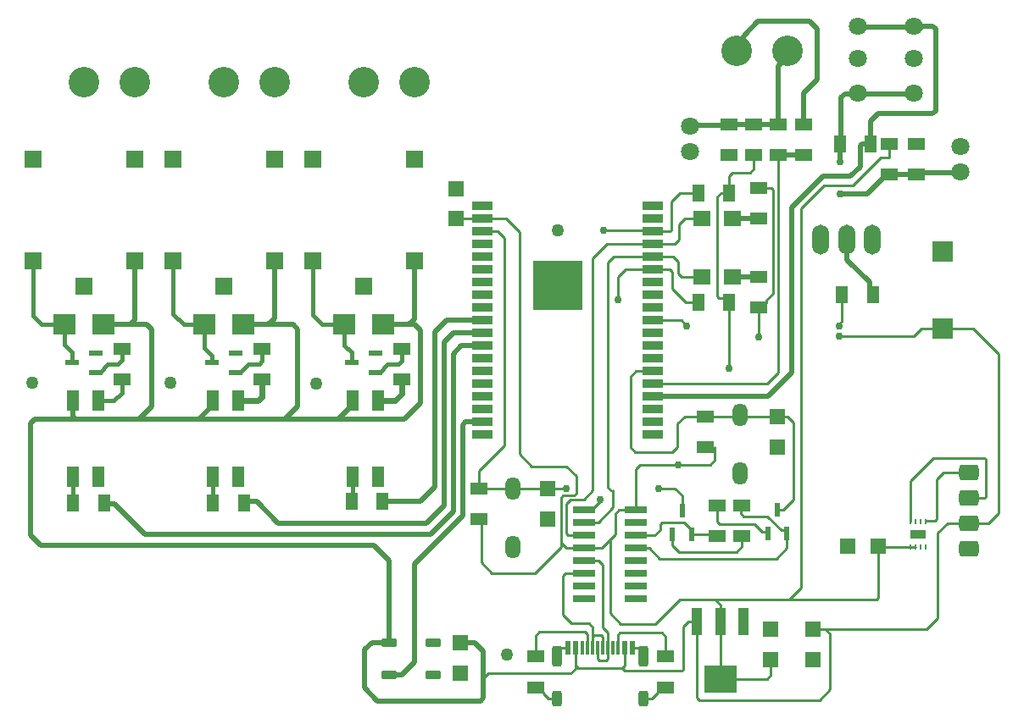
<source format=gbr>
%TF.GenerationSoftware,Altium Limited,Altium Designer,22.0.2 (36)*%
G04 Layer_Physical_Order=1*
G04 Layer_Color=255*
%FSLAX45Y45*%
%MOMM*%
%TF.SameCoordinates,D2D0E374-18DE-4B15-8EA8-0B9E4DC8859C*%
%TF.FilePolarity,Positive*%
%TF.FileFunction,Copper,L1,Top,Signal*%
%TF.Part,Single*%
G01*
G75*
%TA.AperFunction,ConnectorPad*%
%ADD10R,0.60000X1.45000*%
%ADD11R,0.30000X1.45000*%
%TA.AperFunction,SMDPad,CuDef*%
%ADD12R,5.00000X5.00000*%
%ADD13R,2.00000X0.90000*%
%ADD14R,1.50000X1.60000*%
%ADD15R,1.80000X1.20000*%
%ADD16R,2.20000X0.70000*%
%ADD17R,1.60000X1.50000*%
%ADD18R,1.20000X1.80000*%
G04:AMPARAMS|DCode=19|XSize=1.5mm|YSize=0.9mm|CornerRadius=0.225mm|HoleSize=0mm|Usage=FLASHONLY|Rotation=0.000|XOffset=0mm|YOffset=0mm|HoleType=Round|Shape=RoundedRectangle|*
%AMROUNDEDRECTD19*
21,1,1.50000,0.45000,0,0,0.0*
21,1,1.05000,0.90000,0,0,0.0*
1,1,0.45000,0.52500,-0.22500*
1,1,0.45000,-0.52500,-0.22500*
1,1,0.45000,-0.52500,0.22500*
1,1,0.45000,0.52500,0.22500*
%
%ADD19ROUNDEDRECTD19*%
%ADD20R,0.60000X1.45000*%
%ADD21R,2.20000X2.00000*%
%ADD22R,1.45000X0.60000*%
%ADD23R,1.60000X0.90000*%
%ADD24R,0.25000X0.55000*%
%ADD25R,1.70000X1.60000*%
%ADD26R,1.00000X2.70000*%
%ADD27R,3.30000X2.70000*%
%TA.AperFunction,Conductor*%
%ADD28C,0.25400*%
%ADD29C,0.50000*%
%ADD30C,0.40000*%
%ADD31C,0.60000*%
%TA.AperFunction,ComponentPad*%
G04:AMPARAMS|DCode=32|XSize=2.1mm|YSize=1mm|CornerRadius=0.25mm|HoleSize=0mm|Usage=FLASHONLY|Rotation=90.000|XOffset=0mm|YOffset=0mm|HoleType=Round|Shape=RoundedRectangle|*
%AMROUNDEDRECTD32*
21,1,2.10000,0.50000,0,0,90.0*
21,1,1.60000,1.00000,0,0,90.0*
1,1,0.50000,0.25000,0.80000*
1,1,0.50000,0.25000,-0.80000*
1,1,0.50000,-0.25000,-0.80000*
1,1,0.50000,-0.25000,0.80000*
%
%ADD32ROUNDEDRECTD32*%
G04:AMPARAMS|DCode=33|XSize=1.6mm|YSize=1mm|CornerRadius=0.25mm|HoleSize=0mm|Usage=FLASHONLY|Rotation=90.000|XOffset=0mm|YOffset=0mm|HoleType=Round|Shape=RoundedRectangle|*
%AMROUNDEDRECTD33*
21,1,1.60000,0.50000,0,0,90.0*
21,1,1.10000,1.00000,0,0,90.0*
1,1,0.50000,0.25000,0.55000*
1,1,0.50000,0.25000,-0.55000*
1,1,0.50000,-0.25000,-0.55000*
1,1,0.50000,-0.25000,0.55000*
%
%ADD33ROUNDEDRECTD33*%
%ADD34R,2.00000X2.00000*%
%ADD35O,1.50000X2.30000*%
G04:AMPARAMS|DCode=36|XSize=1.6mm|YSize=2mm|CornerRadius=0.4mm|HoleSize=0mm|Usage=FLASHONLY|Rotation=90.000|XOffset=0mm|YOffset=0mm|HoleType=Round|Shape=RoundedRectangle|*
%AMROUNDEDRECTD36*
21,1,1.60000,1.20000,0,0,90.0*
21,1,0.80000,2.00000,0,0,90.0*
1,1,0.80000,0.60000,0.40000*
1,1,0.80000,0.60000,-0.40000*
1,1,0.80000,-0.60000,-0.40000*
1,1,0.80000,-0.60000,0.40000*
%
%ADD36ROUNDEDRECTD36*%
%ADD37C,1.80000*%
%ADD38C,3.04800*%
%ADD39R,1.75000X1.75000*%
%ADD40R,1.20000X2.00000*%
%ADD41O,1.70000X3.00000*%
%TA.AperFunction,ViaPad*%
%ADD42C,0.76200*%
%ADD43C,1.27000*%
D10*
X7224999Y1641120D02*
D03*
X7144999D02*
D03*
D03*
X7224999D02*
D03*
X6574999D02*
D03*
X6654999D02*
D03*
D03*
X6574999D02*
D03*
D11*
X6824999D02*
D03*
X7074999D02*
D03*
X6724999D02*
D03*
X6974999D02*
D03*
X6774999D02*
D03*
X6924999D02*
D03*
X6874999D02*
D03*
X7024999D02*
D03*
D12*
X6474720Y5261760D02*
D03*
D13*
X5724720Y6053760D02*
D03*
Y5926760D02*
D03*
Y5799760D02*
D03*
Y5672760D02*
D03*
Y5545760D02*
D03*
Y5418760D02*
D03*
Y5291760D02*
D03*
Y5164760D02*
D03*
Y5037760D02*
D03*
Y4910760D02*
D03*
Y4783760D02*
D03*
Y4656760D02*
D03*
Y4529760D02*
D03*
Y4402760D02*
D03*
Y4275760D02*
D03*
Y4148760D02*
D03*
Y4021760D02*
D03*
Y3894760D02*
D03*
X7424720Y6053760D02*
D03*
Y5926760D02*
D03*
Y5799760D02*
D03*
Y5672760D02*
D03*
Y5545760D02*
D03*
Y5418760D02*
D03*
Y5291760D02*
D03*
Y5164760D02*
D03*
Y5037760D02*
D03*
Y4910760D02*
D03*
Y4783760D02*
D03*
Y4656760D02*
D03*
Y4529760D02*
D03*
Y4402760D02*
D03*
Y4275760D02*
D03*
Y4148760D02*
D03*
Y4021760D02*
D03*
Y3894760D02*
D03*
Y3767760D02*
D03*
X5724720D02*
D03*
D14*
X9677400Y2650000D02*
D03*
X9375000D02*
D03*
D15*
X8930000Y6871000D02*
D03*
Y6564000D02*
D03*
X7950000Y3950000D02*
D03*
Y3643001D02*
D03*
X6252304Y1549619D02*
D03*
Y1242620D02*
D03*
X8315835Y3063500D02*
D03*
Y2756500D02*
D03*
X8070000Y3063500D02*
D03*
Y2756500D02*
D03*
X7552684Y1242620D02*
D03*
Y1549619D02*
D03*
X4919542Y4318855D02*
D03*
Y4625855D02*
D03*
X3522542Y4318855D02*
D03*
Y4625855D02*
D03*
X2125542Y4318855D02*
D03*
Y4625855D02*
D03*
X10060000Y6678500D02*
D03*
Y6371500D02*
D03*
X8483619Y5926760D02*
D03*
Y6233760D02*
D03*
X8483620Y5344760D02*
D03*
Y5037761D02*
D03*
X5690000Y3232100D02*
D03*
Y2925100D02*
D03*
X8435000Y6871000D02*
D03*
Y6564000D02*
D03*
X9787500Y6678500D02*
D03*
Y6371500D02*
D03*
X8680000Y6564000D02*
D03*
Y6871000D02*
D03*
X8185000Y6871000D02*
D03*
Y6564000D02*
D03*
D16*
X7252500Y2128000D02*
D03*
Y2255000D02*
D03*
Y2382000D02*
D03*
Y2509000D02*
D03*
Y2636000D02*
D03*
Y2763000D02*
D03*
Y2890000D02*
D03*
Y3017000D02*
D03*
X6742500Y2128000D02*
D03*
Y2255000D02*
D03*
Y2382000D02*
D03*
Y2509000D02*
D03*
Y2636000D02*
D03*
Y2763000D02*
D03*
Y2890000D02*
D03*
Y3017000D02*
D03*
D17*
X8667500Y3945401D02*
D03*
Y3643001D02*
D03*
X6375000Y3230000D02*
D03*
Y2927600D02*
D03*
X5460000Y6229160D02*
D03*
Y5926760D02*
D03*
X5502684Y1383720D02*
D03*
Y1686120D02*
D03*
X8605184Y1520100D02*
D03*
Y1822500D02*
D03*
X9027685D02*
D03*
Y1520100D02*
D03*
D18*
X1943542Y3087917D02*
D03*
X1636542D02*
D03*
X3340542D02*
D03*
X3033542D02*
D03*
X9603234Y6678500D02*
D03*
X9296234D02*
D03*
X4728042Y3098800D02*
D03*
X4421042D02*
D03*
X8185000Y5090761D02*
D03*
X7878000D02*
D03*
X8184999Y6180760D02*
D03*
X7877999D02*
D03*
X9624000Y5164760D02*
D03*
X9317000D02*
D03*
D19*
X5230745Y1686120D02*
D03*
Y1366120D02*
D03*
X4790745Y1691120D02*
D03*
Y1366120D02*
D03*
D20*
X7717500Y3007285D02*
D03*
X7812500Y2772285D02*
D03*
X7622500D02*
D03*
X8667500Y3017000D02*
D03*
X8762500Y2782000D02*
D03*
X8572500D02*
D03*
D21*
X4731042Y4868593D02*
D03*
X4346042D02*
D03*
X3334042D02*
D03*
X2949042D02*
D03*
X1937042D02*
D03*
X1552042D02*
D03*
D22*
X4421042Y4487593D02*
D03*
X4656042Y4582593D02*
D03*
Y4392593D02*
D03*
X3024042Y4487593D02*
D03*
X3259042Y4582593D02*
D03*
Y4392593D02*
D03*
X1627042Y4487593D02*
D03*
X1862042Y4582593D02*
D03*
Y4392593D02*
D03*
D23*
X10077500Y2772500D02*
D03*
D24*
X10002500Y2645000D02*
D03*
X10052500D02*
D03*
X10102500D02*
D03*
X10152500D02*
D03*
X10002500Y2900000D02*
D03*
X10052500D02*
D03*
X10102500D02*
D03*
X10152500D02*
D03*
D25*
X8219300Y5344761D02*
D03*
X7916900D02*
D03*
X8219300Y5926760D02*
D03*
X7916900D02*
D03*
D26*
X8328284Y1897500D02*
D03*
X8098284D02*
D03*
X7868284D02*
D03*
D27*
X8098284Y1327500D02*
D03*
D28*
X8042999Y3512999D02*
Y3643001D01*
X8790000Y2122500D02*
X9662521D01*
X9677400Y2137379D02*
Y2650000D01*
X9662521Y2122500D02*
X9677400Y2137379D01*
X7300000Y3470000D02*
X7681250D01*
X7252500Y3422500D02*
X7300000Y3470000D01*
X7681250D02*
X8000000D01*
X9290000Y4750000D02*
X10035000D01*
X10112800Y4827800D01*
X7487500Y3230000D02*
X7645000D01*
X8190000Y4430000D02*
Y5085760D01*
X8185000Y5090761D02*
X8190000Y5085760D01*
X6560000Y2777879D02*
Y3078167D01*
X6601834Y3120000D01*
X6560000Y2777879D02*
X6574879Y2763000D01*
X6742500D01*
X6507250Y2690000D02*
Y3137250D01*
Y2642750D02*
Y2690000D01*
X6561250Y2636000D01*
X6742500D01*
X6507250Y2642750D02*
X6508514Y2641486D01*
X6249527Y2382500D02*
X6508514Y2641486D01*
X5820000Y2382500D02*
X6249527D01*
X6742500Y2636000D02*
X6916000D01*
X8098284Y1897500D02*
Y2065784D01*
Y1327500D02*
Y1897500D01*
X7105000Y1875000D02*
X7447500D01*
X8762500Y2782000D02*
Y2793421D01*
Y2632500D02*
Y2782000D01*
X6097500Y3572500D02*
Y5791760D01*
X5962500Y5926760D02*
X6097500Y5791760D01*
X7030000Y3040000D02*
Y3210000D01*
X6900000Y3119500D02*
Y3120000D01*
X6980000Y3240000D02*
X7010000Y3210000D01*
X6980000Y5490000D02*
X7035760Y5545760D01*
X6817500Y3017000D02*
X6920000Y3119500D01*
X6880000Y2890000D02*
X7030000Y3040000D01*
X6980000Y3240000D02*
Y5490000D01*
X7035760Y5545760D02*
X7424720D01*
X6742500Y3017000D02*
X6817500D01*
X6742500Y2890000D02*
X6880000D01*
X6601834Y3120000D02*
X6735063D01*
X6827500Y3212437D01*
Y5535000D01*
X9150000Y1822500D02*
X10162500D01*
X7890604Y1115660D02*
X9090660D01*
X9197500Y1222500D02*
Y1775000D01*
X9090660Y1115660D02*
X9197500Y1222500D01*
X9027685Y1822500D02*
X9150000D01*
X8905000Y2237500D02*
Y6030000D01*
X9135000Y6260000D02*
X9425000D01*
X8905000Y6030000D02*
X9135000Y6260000D01*
X6507250Y3137250D02*
X6530640Y3160640D01*
X6638140D01*
X5712500Y2490000D02*
X5820000Y2382500D01*
X6355000Y3230000D02*
X6565000D01*
X5690000Y3407379D02*
X5942500Y3659879D01*
X5690000Y3232100D02*
Y3407379D01*
X6279401Y3230300D02*
X6279700Y3230000D01*
X6002500Y3230300D02*
X6279401D01*
X6279700Y3230000D02*
X6355000D01*
X6638140Y3160640D02*
X6660000Y3182500D01*
Y3352500D01*
X6560000Y3452500D02*
X6660000Y3352500D01*
X6217500Y3452500D02*
X6560000D01*
X8300000Y3950000D02*
X8617900D01*
X7950000D02*
X8042999D01*
X10002500Y2645000D02*
X10052500D01*
X5460000Y5926760D02*
X5724720D01*
X5962500D01*
X6097500Y3572500D02*
X6217500Y3452500D01*
X5724720Y5799760D02*
X5875240D01*
X5942500Y3659879D02*
Y5732500D01*
X5875240Y5799760D02*
X5942500Y5732500D01*
X8790000Y2122500D02*
X8905000Y2237500D01*
X8041568Y2122500D02*
X8790000D01*
X9425000Y6260000D02*
X9705000Y6540000D01*
X9787500D01*
X9150000Y1822500D02*
X9197500Y1775000D01*
X9787500Y6540000D02*
Y6678500D01*
X8070000Y5152500D02*
X8084879Y5137621D01*
X8138139D02*
X8185000Y5090761D01*
X8084879Y5137621D02*
X8138139D01*
X8070000Y6147500D02*
X8107500Y6185000D01*
X8070000Y5152500D02*
Y6147500D01*
X8107500Y6185000D02*
X8180759D01*
X8184999Y6180760D01*
X8217500Y6387500D02*
X8395000D01*
X7080000Y5115000D02*
Y5347500D01*
X7151260Y5418760D02*
X7424720D01*
X7080000Y5347500D02*
X7151260Y5418760D01*
X7416980Y5807500D02*
X7424720Y5799760D01*
X6932500Y5807500D02*
X7416980D01*
X6965260Y5672760D02*
X7424720D01*
X6827500Y5535000D02*
X6965260Y5672760D01*
X7424720D02*
X7644740D01*
X7424720Y5545760D02*
X7629240D01*
X8483620Y5037761D02*
X8512861D01*
X8560161Y5114301D02*
X8625000Y5179141D01*
X8512861Y5037761D02*
X8560161Y5085061D01*
Y5114301D01*
X8625000Y5179141D02*
Y6217520D01*
X8608760Y6233760D02*
X8625000Y6217520D01*
X8483619Y6233760D02*
X8608760D01*
X10112800Y4827800D02*
X10322500D01*
X8483620Y4748880D02*
Y5037761D01*
Y4748880D02*
X8485000Y4747500D01*
X10779000Y2884000D02*
X10877500Y2982500D01*
X10582500Y2884000D02*
X10779000D01*
X10627200Y4827800D02*
X10877500Y4577500D01*
Y2982500D02*
Y4577500D01*
X10322500Y4827800D02*
X10627200D01*
X8667500Y3017000D02*
X8724500D01*
X8830000Y3122500D02*
Y3885801D01*
X8724500Y3017000D02*
X8830000Y3122500D01*
X8042999Y3950000D02*
X8300000D01*
X8770401Y3945401D02*
X8830000Y3885801D01*
X8622500Y3945401D02*
X8770401D01*
X7695000Y2122500D02*
X8041568D01*
X9742500Y2645000D02*
X10002500D01*
X10162500Y1822500D02*
X10272469Y1932469D01*
X8000000Y3470000D02*
X8042999Y3512999D01*
X7252500Y3017000D02*
Y3422500D01*
X7249307Y3595000D02*
X7620000D01*
X7670000Y3645000D01*
X7202500Y3641807D02*
X7249307Y3595000D01*
X7202500Y3641807D02*
Y4347500D01*
X7257760Y4402760D01*
X7424720D01*
X7670000Y3645000D02*
Y3877500D01*
X7742500Y3950000D02*
X7950000D01*
X7670000Y3877500D02*
X7742500Y3950000D01*
X8680000Y4392500D02*
Y6564000D01*
X8565000Y4277500D02*
X8680000Y4392500D01*
X7915000Y4277500D02*
X8565000D01*
X7424720Y4275760D02*
X7913260D01*
X7915000Y4277500D01*
X8617900Y3950000D02*
X8622500Y3945401D01*
X5712500Y2490000D02*
Y2923300D01*
X7645000Y3230000D02*
X7717500Y3157500D01*
X5712500Y3230300D02*
X6002500D01*
X7717500Y3007285D02*
Y3157500D01*
X8315835Y2650835D02*
Y2756500D01*
X8262500Y2597500D02*
X8315835Y2650835D01*
X7622500Y2662500D02*
X7687500Y2597500D01*
X8262500D01*
X7622500Y2662500D02*
Y2772285D01*
X7812500D02*
X8054216D01*
X8070000Y2756500D01*
X8745200Y2810721D02*
X8762500Y2793421D01*
X8709279Y2810721D02*
X8745200D01*
X8567500Y2952500D02*
X8709279Y2810721D01*
X7495000Y2530000D02*
X8660000D01*
X8762500Y2632500D01*
X7389000Y2636000D02*
X7495000Y2530000D01*
X7252500Y2636000D02*
X7389000D01*
X8332500Y2952500D02*
X8567500D01*
X8305000Y2980000D02*
X8332500Y2952500D01*
X8305000Y2980000D02*
Y3052665D01*
X8315835Y3063500D01*
X8519279Y2800721D02*
X8555200D01*
X8572500Y2783421D01*
Y2782000D02*
Y2783421D01*
X8442500Y2877500D02*
X8519279Y2800721D01*
X8092500Y2877500D02*
X8442500D01*
X8070000Y2900000D02*
X8092500Y2877500D01*
X8070000Y2900000D02*
Y3063500D01*
X7812500Y2772285D02*
Y2814785D01*
X7734785Y2892500D02*
X7812500Y2814785D01*
X7515000Y2892500D02*
X7734785D01*
X7497500Y2875000D02*
X7515000Y2892500D01*
X7497500Y2817500D02*
Y2875000D01*
X7443000Y2763000D02*
X7497500Y2817500D01*
X7252500Y2763000D02*
X7443000D01*
X8041568Y2122500D02*
X8098284Y2065784D01*
X7447500Y1875000D02*
X7695000Y2122500D01*
X6998750Y2718750D02*
X7050000Y2770000D01*
X6916000Y2636000D02*
X6998750Y2718750D01*
Y1981250D02*
Y2718750D01*
Y1981250D02*
X7105000Y1875000D01*
X7050000Y2977500D02*
X7089500Y3017000D01*
X7252500D01*
X7050000Y2770000D02*
Y2977500D01*
X5733085Y1332500D02*
X5781169Y1380584D01*
X6605585D01*
X6654999Y1429999D01*
Y1459725D01*
X6974999Y1641120D02*
Y1787501D01*
X6925000Y1837501D02*
Y2470500D01*
Y1837501D02*
X6974999Y1787501D01*
X6886500Y2509000D02*
X6925000Y2470500D01*
X6742500Y2509000D02*
X6886500D01*
X6824999Y1749314D02*
Y1842501D01*
Y1641120D02*
Y1749314D01*
X6787500Y1880000D02*
X6824999Y1842501D01*
X6525000Y1967500D02*
X6612500Y1880000D01*
X6787500D01*
X6525000Y1967500D02*
Y2355000D01*
X6552000Y2382000D01*
X6742500D01*
X10272469Y1932469D02*
Y2787469D01*
X10369000Y2884000D01*
X10582500D01*
Y3138000D02*
X10740121D01*
X10225000Y3530000D02*
X10740121D01*
X10755000Y3515121D01*
Y3152879D02*
Y3515121D01*
X10740121Y3138000D02*
X10755000Y3152879D01*
X10002500Y2900000D02*
Y3307500D01*
X10225000Y3530000D01*
X10329500Y3392000D02*
X10582500D01*
X10262500Y3325000D02*
X10329500Y3392000D01*
X10247621Y2907500D02*
X10262500Y2922379D01*
Y3325000D01*
X10152700Y2907500D02*
X10247621D01*
X10152500Y2907300D02*
X10152700Y2907500D01*
X10152500Y2900000D02*
Y2907300D01*
X8435000Y6427500D02*
Y6564000D01*
X8395000Y6387500D02*
X8435000Y6427500D01*
X8184999Y6354999D02*
X8217500Y6387500D01*
X8184999Y6180760D02*
Y6354999D01*
X9317000Y4902589D02*
Y5164760D01*
X9286862Y4872451D02*
X9317000Y4902589D01*
X9286862Y4858705D02*
Y4872451D01*
X7767500Y4855000D02*
Y4857500D01*
X7714240Y4910760D02*
X7767500Y4857500D01*
X7424720Y4910760D02*
X7714240D01*
X7756739Y5090761D02*
X7878000D01*
X7617500Y5230000D02*
X7756739Y5090761D01*
X7617500Y5230000D02*
Y5395021D01*
X7593760Y5418760D02*
X7617500Y5395021D01*
X7424720Y5418760D02*
X7593760D01*
X7712739Y5344761D02*
X7916900D01*
X7680000Y5377500D02*
X7712739Y5344761D01*
X7680000Y5377500D02*
Y5495000D01*
X7629240Y5545760D02*
X7680000Y5495000D01*
X7687500Y5867500D02*
X7746760Y5926760D01*
X7916900D01*
X7687500Y5715521D02*
Y5867500D01*
X7644740Y5672760D02*
X7687500Y5715521D01*
X7612500Y5814639D02*
Y6099020D01*
X7424720Y5799760D02*
X7597621D01*
X7612500Y5814639D01*
Y6099020D02*
X7694240Y6180760D01*
X7877999D01*
X6654999Y1459725D02*
Y1641120D01*
X7868284Y1137980D02*
Y1897500D01*
Y1137980D02*
X7890604Y1115660D01*
X8567764Y1327500D02*
X8605184Y1364920D01*
Y1520100D01*
X8098284Y1327500D02*
X8567764D01*
X7733124Y1422639D02*
Y1849720D01*
X7718245Y1407760D02*
X7733124Y1422639D01*
X7143844Y1407760D02*
X7718245D01*
X7118444Y1433160D02*
X7143844Y1407760D01*
X7780904Y1897500D02*
X7868284D01*
X7733124Y1849720D02*
X7780904Y1897500D01*
X6329605Y1181914D02*
X6379899Y1131620D01*
X6329605Y1181914D02*
Y1195319D01*
X6379899Y1131620D02*
X6467999D01*
X6282304Y1242620D02*
X6329605Y1195319D01*
X6252304Y1242620D02*
X6282304D01*
X7522684D02*
X7552684D01*
X7331999Y1131620D02*
X7420099D01*
X7475384Y1186905D01*
Y1195319D01*
X7522684Y1242620D01*
X7144999Y1459714D02*
Y1641120D01*
X7118444Y1433160D02*
X7144999Y1459714D01*
X6681564Y1433160D02*
X7118444D01*
X6654999Y1459725D02*
X6681564Y1433160D01*
X6252304Y1755740D02*
X6292944Y1796380D01*
X6252304Y1549619D02*
Y1755740D01*
X6750144Y1796380D02*
X6774999Y1771525D01*
X6292944Y1796380D02*
X6750144D01*
X6774999Y1641120D02*
Y1771525D01*
X7552684Y1549619D02*
Y1748220D01*
X7514684Y1786220D02*
X7552684Y1748220D01*
X7093044Y1786220D02*
X7514684D01*
X7074999Y1768174D02*
X7093044Y1786220D01*
X7074999Y1641120D02*
Y1768174D01*
X6514431Y1634326D02*
X6521544Y1641440D01*
X6467999Y1549619D02*
Y1597963D01*
X6504363Y1634326D01*
X6514431D01*
X6574679Y1641440D02*
X6574999Y1641120D01*
X6521544Y1641440D02*
X6574679D01*
X7331999Y1549619D02*
Y1597963D01*
X7295635Y1634326D02*
X7331999Y1597963D01*
X7272878Y1634326D02*
X7295635D01*
X7270844Y1636360D02*
X7272878Y1634326D01*
X7229759Y1636360D02*
X7270844D01*
X7224999Y1641120D02*
X7229759Y1636360D01*
X6924999Y1641120D02*
Y1745985D01*
X6905084Y1765900D02*
X6924999Y1745985D01*
X6841584Y1765900D02*
X6905084D01*
X6824999Y1749314D02*
X6841584Y1765900D01*
X6889878Y1512500D02*
X6960120D01*
X6974999Y1527379D02*
Y1641120D01*
X6960120Y1512500D02*
X6974999Y1527379D01*
X6874999D02*
Y1641120D01*
Y1527379D02*
X6889878Y1512500D01*
D29*
X9555000Y7847500D02*
X10030000D01*
X10220711Y6977500D02*
X10250000Y7006789D01*
X10122500Y7855000D02*
X10220711D01*
X9677500Y6977500D02*
X10220711D01*
X10250000Y7006789D02*
Y7825711D01*
X10030000Y7847500D02*
X10115000D01*
X10220711Y7855000D02*
X10250000Y7825711D01*
X9346993Y7177500D02*
X10030000D01*
X9306993Y6658204D02*
Y7137500D01*
X8675000Y6876000D02*
Y7453310D01*
Y6871000D02*
Y6876000D01*
Y6871000D02*
X8680000D01*
X8475000Y7900000D02*
X8992500D01*
X8335046Y7760046D02*
X8475000Y7900000D01*
X8992500D02*
X9070000Y7822500D01*
X10115000Y7847500D02*
X10122500Y7855000D01*
X9306993Y7137500D02*
X9346993Y7177500D01*
X9603234Y6678500D02*
Y6903234D01*
X9677500Y6977500D01*
X9600062Y6900062D02*
X9600918Y6900918D01*
X8815000Y4390000D02*
Y6037500D01*
X9127500Y6350000D02*
X9395000D01*
X8815000Y6037500D02*
X9127500Y6350000D01*
X9495000Y6660000D02*
X9513500Y6678500D01*
X9495000Y6450000D02*
Y6660000D01*
X9513500Y6678500D02*
X9603234D01*
X9367500Y5517500D02*
X9594087Y5290913D01*
Y5194673D02*
Y5290913D01*
Y5194673D02*
X9624000Y5164760D01*
X9395000Y6350000D02*
X9495000Y6450000D01*
X8573760Y4148760D02*
X8815000Y4390000D01*
X7424720Y4148760D02*
X8573760D01*
X9294533Y6177449D02*
X9524949D01*
X9757500Y6371500D02*
X9787500D01*
X9563499Y6177500D02*
X9757500Y6371500D01*
X9525000Y6177500D02*
X9563499D01*
X9524949Y6177449D02*
X9525000Y6177500D01*
X9295000Y6497500D02*
X9296234Y6498734D01*
Y6678500D01*
X10060000Y6371500D02*
X10073131Y6384631D01*
X10481869D01*
X10495000Y6397762D01*
X9787500Y6371500D02*
X10060000D01*
X9787500Y6371500D02*
X9787500Y6371500D01*
X5045000Y1492500D02*
Y2474520D01*
X4918620Y1366120D02*
X5045000Y1492500D01*
X4790745Y1366120D02*
X4918620D01*
X4790745Y2509273D02*
X4791986Y2510514D01*
X4790745Y1691120D02*
Y2509273D01*
X1313180Y2659380D02*
X4643120D01*
X4791986Y2510514D01*
X5733085Y1332500D02*
Y1362699D01*
Y1136609D02*
Y1332500D01*
Y1369614D02*
Y1602620D01*
X5649584Y1686120D02*
X5733085Y1602620D01*
X8219300Y5926760D02*
X8219300Y5926760D01*
X8483619D01*
X8219300Y5344760D02*
X8483620D01*
X8219300Y5344761D02*
X8219300Y5344760D01*
X8675000Y7453310D02*
X8771500Y7549811D01*
X8185000Y6871000D02*
X8675000D01*
X8771500Y7549811D02*
Y7610000D01*
X8675000Y6876000D02*
X8680000Y6871000D01*
X8263500Y7678948D02*
X8335046Y7750494D01*
Y7760046D01*
X8263500Y7610000D02*
Y7678948D01*
X8930000Y7180000D02*
X9070000Y7320000D01*
Y7822500D01*
X8930000Y6871000D02*
Y7180000D01*
X8680000Y6564000D02*
X8930000D01*
X7806750Y6861750D02*
X8175750D01*
X8185000Y6871000D01*
X7797500Y6852500D02*
X7806750Y6861750D01*
X8680000Y6871000D02*
X8680000Y6871000D01*
X9367500Y5517500D02*
Y5722500D01*
X1212500Y2760060D02*
Y3884580D01*
X1249680Y3921760D01*
X1212500Y2760060D02*
X1313180Y2659380D01*
X5502684Y1686120D02*
X5649584D01*
X4676445Y1107320D02*
X5703795D01*
X5733085Y1136609D01*
X4544365Y1239400D02*
X4676445Y1107320D01*
X4544365Y1617060D02*
X4618424Y1691120D01*
X4544365Y1239400D02*
Y1617060D01*
X4618424Y1691120D02*
X4790745D01*
X5045000Y2474520D02*
X5524500Y2954020D01*
Y3865471D02*
X5553790Y3894760D01*
X5724720D01*
X5524500Y2954020D02*
Y3865471D01*
X1249680Y3921760D02*
X1666240D01*
X1943542Y3087917D02*
X1952452Y3079008D01*
X2049252D01*
X2354580Y2773680D01*
X5204460D01*
X5433060Y3002280D01*
Y4574540D01*
X5515280Y4656760D01*
X5724720D01*
X3351425Y3098800D02*
X3469640D01*
X3340542Y3087917D02*
X3351425Y3098800D01*
X3469640D02*
X3685540Y2882900D01*
X5163820D01*
X5344160Y3063240D01*
Y4693920D01*
X5434000Y4783760D02*
X5724720D01*
X5344160Y4693920D02*
X5434000Y4783760D01*
X4728042Y3098800D02*
X5102860D01*
X5250180Y3246120D01*
Y4797401D01*
X5363540Y4910760D01*
X5724720D01*
X4286632Y3921760D02*
X4942840D01*
X4286632D02*
X4430542Y4065670D01*
X3749040Y3921760D02*
X4286632D01*
X4430542Y4065670D02*
Y4105670D01*
X2893060Y3921760D02*
X3749040D01*
X2291080D02*
X2893060D01*
Y3925188D01*
X3033542Y4065670D02*
Y4105670D01*
X2893060Y3925188D02*
X3033542Y4065670D01*
X3583353Y4868593D02*
X3830907D01*
X3334042D02*
X3583353D01*
X3749040Y3921760D02*
X3878580Y4051300D01*
Y4820920D01*
X3830907Y4868593D02*
X3878580Y4820920D01*
X2291080Y3921760D02*
X2418080Y4048760D01*
X1666240Y3921760D02*
X2291080D01*
X2418080Y4048760D02*
Y4820920D01*
X2369820Y4869180D02*
X2418080Y4820920D01*
X2204720Y4869180D02*
X2369820D01*
X4990513Y4868593D02*
X5047567D01*
X4731042D02*
X4990513D01*
X5047567D02*
X5102860Y4813300D01*
Y4081780D02*
Y4813300D01*
X4942840Y3921760D02*
X5102860Y4081780D01*
X1636542Y3951458D02*
X1666240Y3921760D01*
X1636542Y3951458D02*
Y4105670D01*
X2252542Y4917002D02*
Y5503593D01*
X2204720Y4869180D02*
X2252542Y4917002D01*
X2131060Y4869180D02*
X2204720D01*
X2130473Y4868593D02*
X2131060Y4869180D01*
X1937042Y4868593D02*
X2130473D01*
X4990513D02*
X5046542Y4924622D01*
Y5503593D01*
X3644900Y5498951D02*
X3649542Y5503593D01*
X3583353Y4868593D02*
X3644900Y4930140D01*
Y5498951D01*
D30*
X3033542Y3087917D02*
Y3343670D01*
X4421042Y3098800D02*
X4430542Y3108300D01*
Y3343670D01*
X1636542Y3087917D02*
Y3343670D01*
X1236542Y4953438D02*
Y5503593D01*
Y4953438D02*
X1321387Y4868593D01*
X1552042D01*
X2125542Y4515682D02*
Y4625855D01*
X2082800Y4472940D02*
X2125542Y4515682D01*
X1984889Y4472940D02*
X2082800D01*
X1904542Y4392593D02*
X1984889Y4472940D01*
X1862042Y4392593D02*
X1904542D01*
X1552042Y4665878D02*
Y4868593D01*
Y4665878D02*
X1627042Y4590878D01*
Y4487593D02*
Y4590878D01*
X2043670Y4105670D02*
X2125542Y4187541D01*
Y4318855D01*
X1890542Y4105670D02*
X2043670D01*
X4919542Y4505522D02*
Y4625855D01*
X4886960Y4472940D02*
X4919542Y4505522D01*
X4778889Y4472940D02*
X4886960D01*
X4698542Y4392593D02*
X4778889Y4472940D01*
X4656042Y4392593D02*
X4698542D01*
X4346042Y4663338D02*
Y4868593D01*
Y4663338D02*
X4421042Y4588338D01*
Y4487593D02*
Y4588338D01*
X4030542Y4961058D02*
Y5503593D01*
Y4961058D02*
X4123007Y4868593D01*
X4346042D01*
X2949042Y4634300D02*
X3024042Y4559300D01*
Y4487593D02*
Y4559300D01*
X2949042Y4634300D02*
Y4868593D01*
X2633980Y4973320D02*
Y5503155D01*
X2633542Y5503593D02*
X2633980Y5503155D01*
Y4973320D02*
X2738707Y4868593D01*
X2949042D01*
X3301542Y4392593D02*
X3384429Y4475480D01*
X3492500D02*
X3522542Y4505522D01*
X3384429Y4475480D02*
X3492500D01*
X3522542Y4505522D02*
Y4625855D01*
X3259042Y4392593D02*
X3301542D01*
D31*
X4847350Y4105670D02*
X4919542Y4177862D01*
Y4318855D01*
X4684542Y4105670D02*
X4847350D01*
X3522542Y4147382D02*
Y4318855D01*
X3480830Y4105670D02*
X3522542Y4147382D01*
X3287542Y4105670D02*
X3480830D01*
D32*
X6467999Y1549619D02*
D03*
X7331999D02*
D03*
D33*
Y1131620D02*
D03*
X6467999D02*
D03*
D34*
X10322500Y4827800D02*
D03*
Y5602500D02*
D03*
D35*
X8297500Y3377500D02*
D03*
Y3961700D02*
D03*
X6030000Y2648300D02*
D03*
Y3232500D02*
D03*
D36*
X10582500Y2630000D02*
D03*
Y2884000D02*
D03*
Y3392000D02*
D03*
Y3138000D02*
D03*
D37*
X10030000Y7180000D02*
D03*
Y7530000D02*
D03*
Y7850000D02*
D03*
X9470000Y7180000D02*
D03*
Y7530000D02*
D03*
Y7850000D02*
D03*
X10495000Y6397762D02*
D03*
Y6651762D02*
D03*
X7797500Y6852500D02*
D03*
Y6598500D02*
D03*
D38*
X1744541Y7289093D02*
D03*
X2252542D02*
D03*
X5046542D02*
D03*
X4538541D02*
D03*
X3649542D02*
D03*
X3141541D02*
D03*
X8771500Y7610000D02*
D03*
X8263500D02*
D03*
D39*
X1744542Y5249593D02*
D03*
X2252542Y6519593D02*
D03*
Y5503593D02*
D03*
X1236542D02*
D03*
Y6519593D02*
D03*
X3141542Y5249593D02*
D03*
X3649542Y6519593D02*
D03*
Y5503593D02*
D03*
X2633542D02*
D03*
Y6519593D02*
D03*
X4030542D02*
D03*
Y5503593D02*
D03*
X5046542D02*
D03*
Y6519593D02*
D03*
X4538542Y5249593D02*
D03*
D40*
X1636542Y3343670D02*
D03*
X1890542D02*
D03*
X1636542Y4105670D02*
D03*
X1890542D02*
D03*
X3033542Y3343670D02*
D03*
X3287542D02*
D03*
X3033542Y4105670D02*
D03*
X3287542D02*
D03*
X4430542Y3343670D02*
D03*
X4684542D02*
D03*
X4430542Y4105670D02*
D03*
X4684542D02*
D03*
D41*
X9621500Y5722500D02*
D03*
X9101104D02*
D03*
X9367500D02*
D03*
D42*
X7681250Y3470000D02*
D03*
X9290000Y4750000D02*
D03*
X7487500Y3230000D02*
D03*
X8190000Y4430000D02*
D03*
X6900000Y3120000D02*
D03*
X6565000Y3230000D02*
D03*
X9294533Y6177449D02*
D03*
X9295000Y6497500D02*
D03*
X7080000Y5115000D02*
D03*
X6932500Y5807500D02*
D03*
X8485000Y4747500D02*
D03*
X9286862Y4858705D02*
D03*
X7767500Y4855000D02*
D03*
D43*
X6480000Y5810000D02*
D03*
X1230000Y4290000D02*
D03*
X5970000Y1570000D02*
D03*
X4060000Y4280000D02*
D03*
X2610000Y4290000D02*
D03*
%TF.MD5,68131ed872b86e0a3e56ad7488604809*%
M02*

</source>
